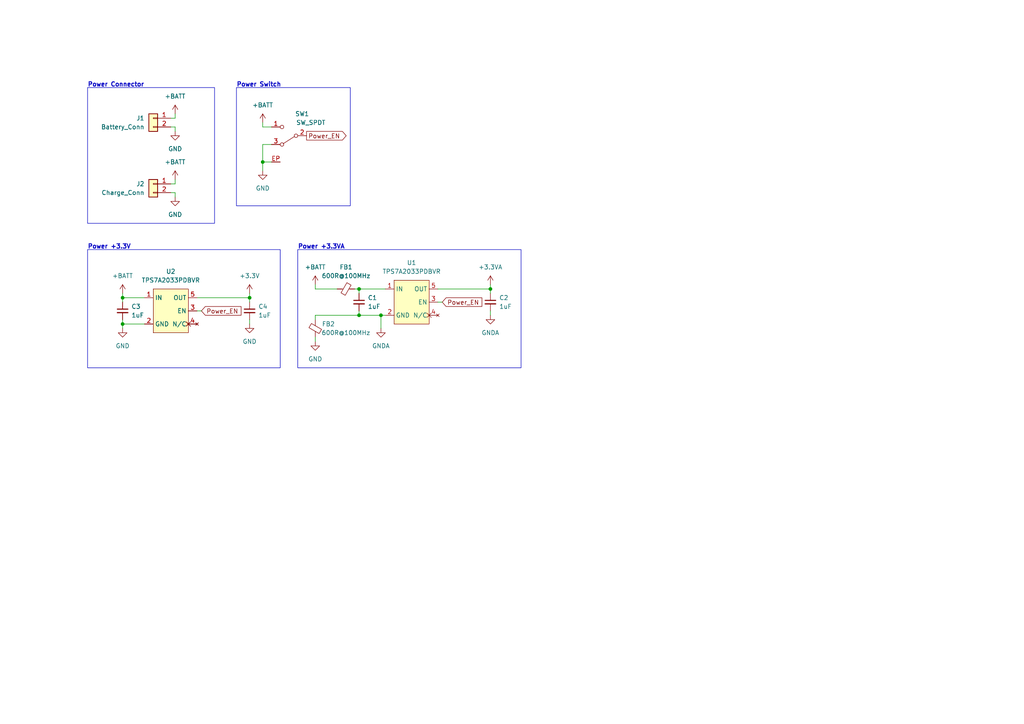
<source format=kicad_sch>
(kicad_sch (version 20230121) (generator eeschema)
  (paper "A4")
  (lib_symbols
    (symbol "Connector_Generic:Conn_01x02" (pin_names (offset 1.016) hide)
      (property "Reference" "J" (at 0 2.54 0))
      (property "Value" "Conn_01x02" (at 0 -5.08 0))
      (symbol "Conn_01x02_1_1"
        (rectangle (start -1.27 -2.413) (end 0 -2.667) (stroke (width 0.1524)))
        (rectangle (start -1.27 0.127) (end 0 -0.127) (stroke (width 0.1524)))
        (rectangle (start -1.27 1.27) (end 1.27 -3.81) (stroke (width 0.254)) (fill (type background)))
        (pin passive line (at -5.08 0 0) (length 3.81) (name "Pin_1") (number "1"))
        (pin passive line (at -5.08 -2.54 0) (length 3.81) (name "Pin_2") (number "2"))
      )
    )
    (symbol "Device:C_Small" (pin_numbers hide) (pin_names (offset 0.254) hide)
      (property "Reference" "C" (at 0.254 1.778 0))
      (property "Value" "C_Small" (at 0.254 -2.032 0))
      (symbol "C_Small_0_1"
        (polyline (pts (xy -1.524 -0.508) (xy 1.524 -0.508)) (stroke (width 0.3302)))
        (polyline (pts (xy -1.524 0.508) (xy 1.524 0.508)) (stroke (width 0.3048)))
      )
      (symbol "C_Small_1_1"
        (pin passive line (at 0 2.54 270) (length 2.032) (name "~") (number "1"))
        (pin passive line (at 0 -2.54 90) (length 2.032) (name "~") (number "2"))
      )
    )
    (symbol "Device:FerriteBead_Small" (pin_numbers hide) (pin_names (offset 0))
      (property "Reference" "FB" (at 1.905 1.27 0))
      (property "Value" "FerriteBead_Small" (at 1.905 -1.27 0))
      (symbol "FerriteBead_Small_0_1"
        (polyline (pts (xy 0 -1.27) (xy 0 -0.7874)))
        (polyline (pts (xy 0 0.889) (xy 0 1.2954)))
        (polyline (pts (xy -1.8288 0.2794) (xy -1.1176 1.4986) (xy 1.8288 -0.2032) (xy 1.1176 -1.4224) (xy -1.8288 0.2794)))
      )
      (symbol "FerriteBead_Small_1_1"
        (pin passive line (at 0 2.54 270) (length 1.27) (name "~") (number "1"))
        (pin passive line (at 0 -2.54 90) (length 1.27) (name "~") (number "2"))
      )
    )
    (symbol "HS_LDO:TPS7A2033PDBVR"
      (property "Reference" "U" (at 0 0 0))
      (property "Value" "TPS7A2033PDBVR" (at 0 0 0))
      (symbol "TPS7A2033PDBVR_1_0"
        (pin input line (at 12.7 -6.35 180) (length 2.54) (name "EN") (number "3"))
        (pin power_out line (at 12.7 -2.54 180) (length 2.54) (name "OUT") (number "5"))
      )
      (symbol "TPS7A2033PDBVR_1_1"
        (rectangle (start 0 0) (end 10.16 -12.7) (fill (type background)))
        (pin power_in line (at -2.54 -2.54 0) (length 2.54) (name "IN") (number "1"))
        (pin power_in line (at -2.54 -10.16 0) (length 2.54) (name "GND") (number "2"))
        (pin no_connect non_logic (at 12.7 -10.16 180) (length 2.54) (name "N/C") (number "4"))
      )
    )
    (symbol "HS_Switch:SW_SPDT" (pin_names (offset 0) hide)
      (property "Reference" "SW?" (at 0 4.318 0))
      (property "Value" "SW_SPDT" (at 0 5.08 0))
      (symbol "SW_SPDT_0_0"
        (circle (center -2.032 0) (radius 0.508))
        (circle (center 2.032 -2.54) (radius 0.508))
      )
      (symbol "SW_SPDT_0_1"
        (polyline (pts (xy -1.524 0.254) (xy 1.651 2.286)))
        (circle (center 2.032 2.54) (radius 0.508))
      )
      (symbol "SW_SPDT_1_1"
        (pin passive line (at 5.08 -2.54 180) (length 2.54) (name "C") (number "1"))
        (pin passive line (at -5.08 0 0) (length 2.54) (name "B") (number "2"))
        (pin passive line (at 5.08 2.54 180) (length 2.54) (name "A") (number "3"))
        (pin input line (at 5.08 7.62 180) (length 2.54) (name "EP") (number "EP"))
      )
    )
    (symbol "power:+3.3V" (power) (pin_names (offset 0))
      (property "Value" "+3.3V" (at 0 3.556 0))
      (symbol "+3.3V_0_1"
        (polyline (pts (xy -0.762 1.27) (xy 0 2.54)))
        (polyline (pts (xy 0 0) (xy 0 2.54)))
        (polyline (pts (xy 0 2.54) (xy 0.762 1.27)))
      )
      (symbol "+3.3V_1_1"
        (pin power_in line (at 0 0 90) (length 0) hide (name "+3.3V") (number "1"))
      )
    )
    (symbol "power:+3.3VA" (power) (pin_names (offset 0))
      (property "Value" "+3.3VA" (at 0 3.556 0))
      (symbol "+3.3VA_0_1"
        (polyline (pts (xy -0.762 1.27) (xy 0 2.54)))
        (polyline (pts (xy 0 0) (xy 0 2.54)))
        (polyline (pts (xy 0 2.54) (xy 0.762 1.27)))
      )
      (symbol "+3.3VA_1_1"
        (pin power_in line (at 0 0 90) (length 0) hide (name "+3.3VA") (number "1"))
      )
    )
    (symbol "power:+BATT" (power) (pin_names (offset 0))
      (property "Value" "+BATT" (at 0 3.556 0))
      (symbol "+BATT_0_1"
        (polyline (pts (xy -0.762 1.27) (xy 0 2.54)))
        (polyline (pts (xy 0 0) (xy 0 2.54)))
        (polyline (pts (xy 0 2.54) (xy 0.762 1.27)))
      )
      (symbol "+BATT_1_1"
        (pin power_in line (at 0 0 90) (length 0) hide (name "+BATT") (number "1"))
      )
    )
    (symbol "power:GND" (power) (pin_names (offset 0))
      (property "Value" "GND" (at 0 -3.81 0))
      (symbol "GND_0_1"
        (polyline (pts (xy 0 0) (xy 0 -1.27) (xy 1.27 -1.27) (xy 0 -2.54) (xy -1.27 -1.27) (xy 0 -1.27)))
      )
      (symbol "GND_1_1"
        (pin power_in line (at 0 0 270) (length 0) hide (name "GND") (number "1"))
      )
    )
    (symbol "power:GNDA" (power) (pin_names (offset 0))
      (property "Value" "GNDA" (at 0 -3.81 0))
      (symbol "GNDA_0_1"
        (polyline (pts (xy 0 0) (xy 0 -1.27) (xy 1.27 -1.27) (xy 0 -2.54) (xy -1.27 -1.27) (xy 0 -1.27)))
      )
      (symbol "GNDA_1_1"
        (pin power_in line (at 0 0 270) (length 0) hide (name "GNDA") (number "1"))
      )
    )
  )
  (junction (at 142.24 83.82))
  (junction (at 35.56 93.98))
  (junction (at 104.14 91.44))
  (junction (at 110.49 91.44))
  (junction (at 76.2 46.99))
  (junction (at 35.56 86.36))
  (junction (at 72.39 86.36))
  (junction (at 104.14 83.82))
  (wire (pts (xy 104.14 91.44) (xy 91.44 91.44)))
  (wire (pts (xy 91.44 83.82) (xy 91.44 82.55)))
  (wire (pts (xy 76.2 35.56) (xy 76.2 36.83)))
  (wire (pts (xy 50.8 36.83) (xy 49.53 36.83)))
  (wire (pts (xy 72.39 86.36) (xy 72.39 87.63)))
  (wire (pts (xy 76.2 46.99) (xy 78.74 46.99)))
  (wire (pts (xy 128.27 87.63) (xy 127 87.63)))
  (wire (pts (xy 97.79 83.82) (xy 91.44 83.82)))
  (wire (pts (xy 35.56 95.25) (xy 35.56 93.98)))
  (wire (pts (xy 35.56 86.36) (xy 35.56 87.63)))
  (wire (pts (xy 104.14 83.82) (xy 111.76 83.82)))
  (wire (pts (xy 35.56 93.98) (xy 35.56 92.71)))
  (wire (pts (xy 72.39 85.09) (xy 72.39 86.36)))
  (wire (pts (xy 50.8 53.34) (xy 50.8 52.07)))
  (wire (pts (xy 58.42 90.17) (xy 57.15 90.17)))
  (wire (pts (xy 41.91 86.36) (xy 35.56 86.36)))
  (wire (pts (xy 142.24 90.17) (xy 142.24 91.44)))
  (wire (pts (xy 57.15 86.36) (xy 72.39 86.36)))
  (wire (pts (xy 111.76 91.44) (xy 110.49 91.44)))
  (wire (pts (xy 76.2 41.91) (xy 78.74 41.91)))
  (wire (pts (xy 50.8 55.88) (xy 49.53 55.88)))
  (wire (pts (xy 142.24 83.82) (xy 142.24 85.09)))
  (wire (pts (xy 50.8 34.29) (xy 50.8 33.02)))
  (wire (pts (xy 142.24 82.55) (xy 142.24 83.82)))
  (wire (pts (xy 41.91 93.98) (xy 35.56 93.98)))
  (wire (pts (xy 76.2 46.99) (xy 76.2 41.91)))
  (wire (pts (xy 76.2 36.83) (xy 78.74 36.83)))
  (wire (pts (xy 72.39 92.71) (xy 72.39 93.98)))
  (wire (pts (xy 35.56 86.36) (xy 35.56 85.09)))
  (wire (pts (xy 50.8 57.15) (xy 50.8 55.88)))
  (wire (pts (xy 50.8 38.1) (xy 50.8 36.83)))
  (wire (pts (xy 110.49 91.44) (xy 104.14 91.44)))
  (wire (pts (xy 91.44 91.44) (xy 91.44 92.71)))
  (wire (pts (xy 102.87 83.82) (xy 104.14 83.82)))
  (wire (pts (xy 91.44 97.79) (xy 91.44 99.06)))
  (wire (pts (xy 110.49 91.44) (xy 110.49 95.25)))
  (wire (pts (xy 76.2 49.53) (xy 76.2 46.99)))
  (wire (pts (xy 104.14 85.09) (xy 104.14 83.82)))
  (wire (pts (xy 49.53 34.29) (xy 50.8 34.29)))
  (wire (pts (xy 127 83.82) (xy 142.24 83.82)))
  (wire (pts (xy 104.14 91.44) (xy 104.14 90.17)))
  (wire (pts (xy 49.53 53.34) (xy 50.8 53.34)))
  (rectangle (start 68.58 25.4) (end 101.6 59.69))
  (rectangle (start 25.4 25.4) (end 62.23 64.77))
  (rectangle (start 86.36 72.39) (end 151.13 106.68))
  (rectangle (start 25.4 72.39) (end 81.28 106.68))
  (text "Power Switch" (at 68.58 25.4 0) (effects (font (size 1.27 1.27) (thickness 0.254) bold) (justify left bottom)))
  (text "Power +3.3VA" (at 86.36 72.39 0) (effects (font (size 1.27 1.27) (thickness 0.254) bold) (justify left bottom)))
  (text "Power +3.3V" (at 25.4 72.39 0) (effects (font (size 1.27 1.27) (thickness 0.254) bold) (justify left bottom)))
  (text "Power Connector" (at 25.4 25.4 0) (effects (font (size 1.27 1.27) (thickness 0.254) bold) (justify left bottom)))
  (global_label "Power_EN" (shape input) (at 58.42 90.17 0) (property "Intersheetrefs" "${INTERSHEET_REFS}" (effects hide)))
  (global_label "Power_EN" (shape output) (at 88.9 39.37 0) (property "Intersheetrefs" "${INTERSHEET_REFS}" (effects hide)))
  (global_label "Power_EN" (shape input) (at 128.27 87.63 0) (property "Intersheetrefs" "${INTERSHEET_REFS}" (effects hide)))
  (symbol (lib_id "Device:C_Small") (at 35.56 90.17 0) (unit 1)
    (property "Reference" "C3" (at 38.1 88.9063 0) (effects (justify left)))
    (property "Value" "1uF" (at 38.1 91.4463 0) (effects (justify left)))
    (property "Footprint" "SMD_HS:0603_1608_C" (effects hide))
  )
  (symbol (lib_id "power:+BATT") (at 91.44 82.55 0) (unit 1)
    (property "Reference" "#PWR07" (effects hide))
    (property "Value" "+BATT" (at 91.44 77.47 0))
  )
  (symbol (lib_id "Device:FerriteBead_Small") (at 91.44 95.25 180) (unit 1)
    (property "Reference" "FB2" (at 95.25 93.98 0))
    (property "Value" "600R@100MHz" (at 100.33 96.52 0))
    (property "Footprint" "SMD_HS:0603_1608_L" (effects hide))
  )
  (symbol (lib_id "Device:C_Small") (at 72.39 90.17 0) (unit 1)
    (property "Reference" "C4" (at 74.93 88.9063 0) (effects (justify left)))
    (property "Value" "1uF" (at 74.93 91.4463 0) (effects (justify left)))
    (property "Footprint" "SMD_HS:0603_1608_C" (effects hide))
  )
  (symbol (lib_id "HS_LDO:TPS7A2033PDBVR") (at 114.3 81.28 0) (unit 1)
    (property "Reference" "U1" (at 119.38 76.2 0))
    (property "Value" "TPS7A2033PDBVR" (at 119.38 78.74 0))
    (property "Footprint" "Package_TO_SOT_SMD_HS:SOT-23-5_HandSoldering_without4" (effects hide))
    (property "Datasheet" "https://www.ti.com/lit/ds/symlink/tps7a20.pdf?ts=1704761257613&ref_url=https%253A%252F%252Fwww.ti.com%252Fproduct%252FTPS7A20%252Fpart-details%252FTPS7A2042PDBVR%253FkeyMatch%253DTPS7A2042PDBVR%2526tisearch%253Dsearch-everything%2526usecase%253DOPN" (effects hide))
  )
  (symbol (lib_id "power:+3.3V") (at 72.39 85.09 0) (unit 1)
    (property "Reference" "#PWR010" (effects hide))
    (property "Value" "+3.3V" (at 72.39 80.01 0))
  )
  (symbol (lib_id "Connector_Generic:Conn_01x02") (at 44.45 34.29 0) (mirror y) (unit 1)
    (property "Reference" "J1" (at 41.91 34.29 0) (effects (justify left)))
    (property "Value" "Battery_Conn" (at 41.91 36.83 0) (effects (justify left)))
    (property "Footprint" "uglyBob_HS:batteryConnector" (effects hide))
  )
  (symbol (lib_id "power:GND") (at 72.39 93.98 0) (unit 1)
    (property "Reference" "#PWR012" (effects hide))
    (property "Value" "GND" (at 72.39 99.06 0))
  )
  (symbol (lib_id "power:GND") (at 50.8 38.1 0) (unit 1)
    (property "Reference" "#PWR03" (effects hide))
    (property "Value" "GND" (at 50.8 43.18 0))
  )
  (symbol (lib_id "Device:C_Small") (at 104.14 87.63 0) (unit 1)
    (property "Reference" "C1" (at 106.68 86.3663 0) (effects (justify left)))
    (property "Value" "1uF" (at 106.68 88.9063 0) (effects (justify left)))
    (property "Footprint" "SMD_HS:0603_1608_C" (effects hide))
  )
  (symbol (lib_id "power:+BATT") (at 50.8 52.07 0) (unit 1)
    (property "Reference" "#PWR05" (effects hide))
    (property "Value" "+BATT" (at 50.8 46.99 0))
  )
  (symbol (lib_id "power:GNDA") (at 142.24 91.44 0) (unit 1)
    (property "Reference" "#PWR011" (effects hide))
    (property "Value" "GNDA" (at 142.24 96.52 0))
  )
  (symbol (lib_id "power:GND") (at 35.56 95.25 0) (unit 1)
    (property "Reference" "#PWR013" (effects hide))
    (property "Value" "GND" (at 35.56 100.33 0))
  )
  (symbol (lib_id "Connector_Generic:Conn_01x02") (at 44.45 53.34 0) (mirror y) (unit 1)
    (property "Reference" "J2" (at 41.91 53.34 0) (effects (justify left)))
    (property "Value" "Charge_Conn" (at 41.91 55.88 0) (effects (justify left)))
    (property "Footprint" "Connector_HS:5267-02A" (effects hide))
  )
  (symbol (lib_id "power:+BATT") (at 50.8 33.02 0) (unit 1)
    (property "Reference" "#PWR01" (effects hide))
    (property "Value" "+BATT" (at 50.8 27.94 0))
  )
  (symbol (lib_id "HS_LDO:TPS7A2033PDBVR") (at 44.45 83.82 0) (unit 1)
    (property "Reference" "U2" (at 49.53 78.74 0))
    (property "Value" "TPS7A2033PDBVR" (at 49.53 81.28 0))
    (property "Footprint" "Package_TO_SOT_SMD_HS:SOT-23-5_HandSoldering_without4" (effects hide))
    (property "Datasheet" "https://www.ti.com/lit/ds/symlink/tps7a20.pdf?ts=1704761257613&ref_url=https%253A%252F%252Fwww.ti.com%252Fproduct%252FTPS7A20%252Fpart-details%252FTPS7A2042PDBVR%253FkeyMatch%253DTPS7A2042PDBVR%2526tisearch%253Dsearch-everything%2526usecase%253DOPN" (effects hide))
  )
  (symbol (lib_id "Device:FerriteBead_Small") (at 100.33 83.82 270) (unit 1)
    (property "Reference" "FB1" (at 100.3681 77.47 90))
    (property "Value" "600R@100MHz" (at 100.3681 80.01 90))
    (property "Footprint" "SMD_HS:0603_1608_L" (effects hide))
  )
  (symbol (lib_id "Device:C_Small") (at 142.24 87.63 0) (unit 1)
    (property "Reference" "C2" (at 144.78 86.3663 0) (effects (justify left)))
    (property "Value" "1uF" (at 144.78 88.9063 0) (effects (justify left)))
    (property "Footprint" "SMD_HS:0603_1608_C" (effects hide))
  )
  (symbol (lib_id "power:+BATT") (at 35.56 85.09 0) (unit 1)
    (property "Reference" "#PWR09" (effects hide))
    (property "Value" "+BATT" (at 35.56 80.01 0))
  )
  (symbol (lib_id "power:GND") (at 50.8 57.15 0) (unit 1)
    (property "Reference" "#PWR06" (effects hide))
    (property "Value" "GND" (at 50.8 62.23 0))
  )
  (symbol (lib_id "power:GND") (at 76.2 49.53 0) (unit 1)
    (property "Reference" "#PWR04" (effects hide))
    (property "Value" "GND" (at 76.2 54.61 0))
  )
  (symbol (lib_id "HS_Switch:SW_SPDT") (at 83.82 39.37 180) (unit 1)
    (property "Reference" "SW1" (at 87.63 33.02 0))
    (property "Value" "SW_SPDT" (at 90.17 35.56 0))
    (property "Footprint" "Button_Switch_SMD_HS:EG1215AA" (effects hide))
  )
  (symbol (lib_id "power:+3.3VA") (at 142.24 82.55 0) (unit 1)
    (property "Reference" "#PWR08" (effects hide))
    (property "Value" "+3.3VA" (at 142.24 77.47 0))
  )
  (symbol (lib_id "power:+BATT") (at 76.2 35.56 0) (unit 1)
    (property "Reference" "#PWR02" (effects hide))
    (property "Value" "+BATT" (at 76.2 30.48 0))
  )
  (symbol (lib_id "power:GND") (at 91.44 99.06 0) (unit 1)
    (property "Reference" "#PWR014" (effects hide))
    (property "Value" "GND" (at 91.44 104.14 0))
  )
  (symbol (lib_id "power:GNDA") (at 110.49 95.25 0) (unit 1)
    (property "Reference" "#PWR096" (effects hide))
    (property "Value" "GNDA" (at 110.49 100.33 0))
  )
)
</source>
